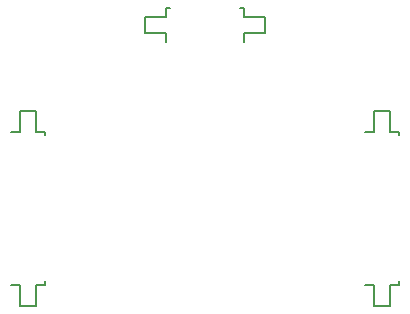
<source format=gbo>
G04 #@! TF.FileFunction,Legend,Bot*
%FSLAX46Y46*%
G04 Gerber Fmt 4.6, Leading zero omitted, Abs format (unit mm)*
G04 Created by KiCad (PCBNEW 201609280951+7255~55~ubuntu14.04.1-) date Wed Jan 11 23:22:20 2017*
%MOMM*%
%LPD*%
G01*
G04 APERTURE LIST*
%ADD10C,0.100000*%
%ADD11C,0.150000*%
%ADD12C,1.200000*%
%ADD13R,0.740000X2.220000*%
%ADD14C,2.000000*%
%ADD15R,2.220000X0.740000*%
%ADD16C,1.900000*%
G04 APERTURE END LIST*
D10*
D11*
X103290000Y-85950000D02*
X103290000Y-85185000D01*
X103290000Y-85185000D02*
X105070000Y-85185000D01*
X105070000Y-85185000D02*
X105070000Y-83815000D01*
X105070000Y-83815000D02*
X103290000Y-83815000D01*
X103290000Y-83815000D02*
X103290000Y-83050000D01*
X103290000Y-83050000D02*
X102990000Y-83050000D01*
X97010000Y-83050000D02*
X96710000Y-83050000D01*
X96710000Y-83050000D02*
X96710000Y-83815000D01*
X96710000Y-83815000D02*
X94930000Y-83815000D01*
X94930000Y-83815000D02*
X94930000Y-85185000D01*
X94930000Y-85185000D02*
X96710000Y-85185000D01*
X96710000Y-85185000D02*
X96710000Y-85950000D01*
X83550000Y-106465000D02*
X84315000Y-106465000D01*
X84315000Y-106465000D02*
X84315000Y-108245000D01*
X84315000Y-108245000D02*
X85685000Y-108245000D01*
X85685000Y-108245000D02*
X85685000Y-106465000D01*
X85685000Y-106465000D02*
X86450000Y-106465000D01*
X86450000Y-106465000D02*
X86450000Y-106165000D01*
X86450000Y-93835000D02*
X86450000Y-93535000D01*
X86450000Y-93535000D02*
X85685000Y-93535000D01*
X85685000Y-93535000D02*
X85685000Y-91755000D01*
X85685000Y-91755000D02*
X84315000Y-91755000D01*
X84315000Y-91755000D02*
X84315000Y-93535000D01*
X84315000Y-93535000D02*
X83550000Y-93535000D01*
X113550000Y-106465000D02*
X114315000Y-106465000D01*
X114315000Y-106465000D02*
X114315000Y-108245000D01*
X114315000Y-108245000D02*
X115685000Y-108245000D01*
X115685000Y-108245000D02*
X115685000Y-106465000D01*
X115685000Y-106465000D02*
X116450000Y-106465000D01*
X116450000Y-106465000D02*
X116450000Y-106165000D01*
X116450000Y-93835000D02*
X116450000Y-93535000D01*
X116450000Y-93535000D02*
X115685000Y-93535000D01*
X115685000Y-93535000D02*
X115685000Y-91755000D01*
X115685000Y-91755000D02*
X114315000Y-91755000D01*
X114315000Y-91755000D02*
X114315000Y-93535000D01*
X114315000Y-93535000D02*
X113550000Y-93535000D01*
%LPC*%
D12*
X95870000Y-84500000D03*
X104130000Y-84500000D03*
D13*
X102540000Y-83135000D03*
X102540000Y-85865000D03*
X101270000Y-83135000D03*
X101270000Y-85865000D03*
X100000000Y-83135000D03*
X100000000Y-85865000D03*
X98730000Y-83135000D03*
X98730000Y-85865000D03*
X97460000Y-83135000D03*
X97460000Y-85865000D03*
D10*
G36*
X91549009Y-106552408D02*
X91597545Y-106559607D01*
X91645142Y-106571530D01*
X91691342Y-106588060D01*
X91735698Y-106609039D01*
X91777785Y-106634265D01*
X91817197Y-106663495D01*
X91853553Y-106696447D01*
X91886505Y-106732803D01*
X91915735Y-106772215D01*
X91940961Y-106814302D01*
X91961940Y-106858658D01*
X91978470Y-106904858D01*
X91990393Y-106952455D01*
X91997592Y-107000991D01*
X92000000Y-107050000D01*
X92000000Y-112550000D01*
X91997592Y-112599009D01*
X91990393Y-112647545D01*
X91978470Y-112695142D01*
X91961940Y-112741342D01*
X91940961Y-112785698D01*
X91915735Y-112827785D01*
X91886505Y-112867197D01*
X91853553Y-112903553D01*
X91817197Y-112936505D01*
X91777785Y-112965735D01*
X91735698Y-112990961D01*
X91691342Y-113011940D01*
X91645142Y-113028470D01*
X91597545Y-113040393D01*
X91549009Y-113047592D01*
X91500000Y-113050000D01*
X90500000Y-113050000D01*
X90450991Y-113047592D01*
X90402455Y-113040393D01*
X90354858Y-113028470D01*
X90308658Y-113011940D01*
X90264302Y-112990961D01*
X90222215Y-112965735D01*
X90182803Y-112936505D01*
X90146447Y-112903553D01*
X90113495Y-112867197D01*
X90084265Y-112827785D01*
X90059039Y-112785698D01*
X90038060Y-112741342D01*
X90021530Y-112695142D01*
X90009607Y-112647545D01*
X90002408Y-112599009D01*
X90000000Y-112550000D01*
X90000000Y-107050000D01*
X90002408Y-107000991D01*
X90009607Y-106952455D01*
X90021530Y-106904858D01*
X90038060Y-106858658D01*
X90059039Y-106814302D01*
X90084265Y-106772215D01*
X90113495Y-106732803D01*
X90146447Y-106696447D01*
X90182803Y-106663495D01*
X90222215Y-106634265D01*
X90264302Y-106609039D01*
X90308658Y-106588060D01*
X90354858Y-106571530D01*
X90402455Y-106559607D01*
X90450991Y-106552408D01*
X90500000Y-106550000D01*
X91500000Y-106550000D01*
X91549009Y-106552408D01*
X91549009Y-106552408D01*
G37*
D14*
X91000000Y-109800000D03*
D10*
G36*
X109549009Y-86952408D02*
X109597545Y-86959607D01*
X109645142Y-86971530D01*
X109691342Y-86988060D01*
X109735698Y-87009039D01*
X109777785Y-87034265D01*
X109817197Y-87063495D01*
X109853553Y-87096447D01*
X109886505Y-87132803D01*
X109915735Y-87172215D01*
X109940961Y-87214302D01*
X109961940Y-87258658D01*
X109978470Y-87304858D01*
X109990393Y-87352455D01*
X109997592Y-87400991D01*
X110000000Y-87450000D01*
X110000000Y-92950000D01*
X109997592Y-92999009D01*
X109990393Y-93047545D01*
X109978470Y-93095142D01*
X109961940Y-93141342D01*
X109940961Y-93185698D01*
X109915735Y-93227785D01*
X109886505Y-93267197D01*
X109853553Y-93303553D01*
X109817197Y-93336505D01*
X109777785Y-93365735D01*
X109735698Y-93390961D01*
X109691342Y-93411940D01*
X109645142Y-93428470D01*
X109597545Y-93440393D01*
X109549009Y-93447592D01*
X109500000Y-93450000D01*
X108500000Y-93450000D01*
X108450991Y-93447592D01*
X108402455Y-93440393D01*
X108354858Y-93428470D01*
X108308658Y-93411940D01*
X108264302Y-93390961D01*
X108222215Y-93365735D01*
X108182803Y-93336505D01*
X108146447Y-93303553D01*
X108113495Y-93267197D01*
X108084265Y-93227785D01*
X108059039Y-93185698D01*
X108038060Y-93141342D01*
X108021530Y-93095142D01*
X108009607Y-93047545D01*
X108002408Y-92999009D01*
X108000000Y-92950000D01*
X108000000Y-87450000D01*
X108002408Y-87400991D01*
X108009607Y-87352455D01*
X108021530Y-87304858D01*
X108038060Y-87258658D01*
X108059039Y-87214302D01*
X108084265Y-87172215D01*
X108113495Y-87132803D01*
X108146447Y-87096447D01*
X108182803Y-87063495D01*
X108222215Y-87034265D01*
X108264302Y-87009039D01*
X108308658Y-86988060D01*
X108354858Y-86971530D01*
X108402455Y-86959607D01*
X108450991Y-86952408D01*
X108500000Y-86950000D01*
X109500000Y-86950000D01*
X109549009Y-86952408D01*
X109549009Y-86952408D01*
G37*
D14*
X109000000Y-90200000D03*
D12*
X85000000Y-92695000D03*
X85000000Y-107305000D03*
D15*
X86365000Y-105715000D03*
X83635000Y-105715000D03*
X86365000Y-104445000D03*
X83635000Y-104445000D03*
X86365000Y-103175000D03*
X83635000Y-103175000D03*
X86365000Y-101905000D03*
X83635000Y-101905000D03*
X86365000Y-100635000D03*
X83635000Y-100635000D03*
X86365000Y-99365000D03*
X83635000Y-99365000D03*
X86365000Y-98095000D03*
X83635000Y-98095000D03*
X86365000Y-96825000D03*
X83635000Y-96825000D03*
X86365000Y-95555000D03*
X83635000Y-95555000D03*
X86365000Y-94285000D03*
X83635000Y-94285000D03*
D12*
X115000000Y-92695000D03*
X115000000Y-107305000D03*
D15*
X116365000Y-105715000D03*
X113635000Y-105715000D03*
X116365000Y-104445000D03*
X113635000Y-104445000D03*
X116365000Y-103175000D03*
X113635000Y-103175000D03*
X116365000Y-101905000D03*
X113635000Y-101905000D03*
X116365000Y-100635000D03*
X113635000Y-100635000D03*
X116365000Y-99365000D03*
X113635000Y-99365000D03*
X116365000Y-98095000D03*
X113635000Y-98095000D03*
X116365000Y-96825000D03*
X113635000Y-96825000D03*
X116365000Y-95555000D03*
X113635000Y-95555000D03*
X116365000Y-94285000D03*
X113635000Y-94285000D03*
D10*
G36*
X114921558Y-89152287D02*
X114967668Y-89159127D01*
X115012885Y-89170453D01*
X115056775Y-89186157D01*
X115098913Y-89206087D01*
X115138896Y-89230052D01*
X115176337Y-89257820D01*
X115210876Y-89289124D01*
X115242180Y-89323663D01*
X115269948Y-89361104D01*
X115293913Y-89401087D01*
X115313843Y-89443225D01*
X115329547Y-89487115D01*
X115340873Y-89532332D01*
X115347713Y-89578442D01*
X115350000Y-89625000D01*
X115350000Y-90575000D01*
X115347713Y-90621558D01*
X115340873Y-90667668D01*
X115329547Y-90712885D01*
X115313843Y-90756775D01*
X115293913Y-90798913D01*
X115269948Y-90838896D01*
X115242180Y-90876337D01*
X115210876Y-90910876D01*
X115176337Y-90942180D01*
X115138896Y-90969948D01*
X115098913Y-90993913D01*
X115056775Y-91013843D01*
X115012885Y-91029547D01*
X114967668Y-91040873D01*
X114921558Y-91047713D01*
X114875000Y-91050000D01*
X113925000Y-91050000D01*
X113878442Y-91047713D01*
X113832332Y-91040873D01*
X113787115Y-91029547D01*
X113743225Y-91013843D01*
X113701087Y-90993913D01*
X113661104Y-90969948D01*
X113623663Y-90942180D01*
X113589124Y-90910876D01*
X113557820Y-90876337D01*
X113530052Y-90838896D01*
X113506087Y-90798913D01*
X113486157Y-90756775D01*
X113470453Y-90712885D01*
X113459127Y-90667668D01*
X113452287Y-90621558D01*
X113450000Y-90575000D01*
X113450000Y-89625000D01*
X113452287Y-89578442D01*
X113459127Y-89532332D01*
X113470453Y-89487115D01*
X113486157Y-89443225D01*
X113506087Y-89401087D01*
X113530052Y-89361104D01*
X113557820Y-89323663D01*
X113589124Y-89289124D01*
X113623663Y-89257820D01*
X113661104Y-89230052D01*
X113701087Y-89206087D01*
X113743225Y-89186157D01*
X113787115Y-89170453D01*
X113832332Y-89159127D01*
X113878442Y-89152287D01*
X113925000Y-89150000D01*
X114875000Y-89150000D01*
X114921558Y-89152287D01*
X114921558Y-89152287D01*
G37*
D16*
X114400000Y-90100000D03*
M02*

</source>
